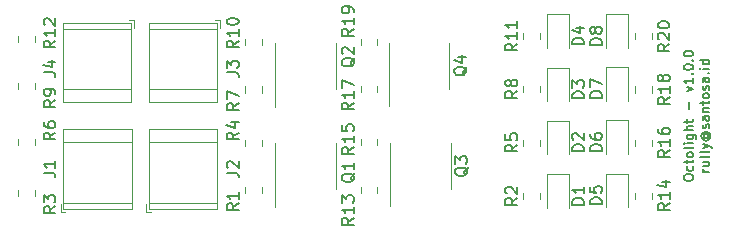
<source format=gbr>
G04 #@! TF.GenerationSoftware,KiCad,Pcbnew,5.1.4+dfsg1-1*
G04 #@! TF.CreationDate,2019-12-01T21:22:26+08:00*
G04 #@! TF.ProjectId,octolight,6f63746f-6c69-4676-9874-2e6b69636164,rev?*
G04 #@! TF.SameCoordinates,Original*
G04 #@! TF.FileFunction,Legend,Top*
G04 #@! TF.FilePolarity,Positive*
%FSLAX46Y46*%
G04 Gerber Fmt 4.6, Leading zero omitted, Abs format (unit mm)*
G04 Created by KiCad (PCBNEW 5.1.4+dfsg1-1) date 2019-12-01 21:22:26*
%MOMM*%
%LPD*%
G04 APERTURE LIST*
%ADD10C,0.150000*%
%ADD11C,0.120000*%
G04 APERTURE END LIST*
D10*
X176886904Y-102295238D02*
X176886904Y-102142857D01*
X176925000Y-102066666D01*
X177001190Y-101990476D01*
X177153571Y-101952380D01*
X177420238Y-101952380D01*
X177572619Y-101990476D01*
X177648809Y-102066666D01*
X177686904Y-102142857D01*
X177686904Y-102295238D01*
X177648809Y-102371428D01*
X177572619Y-102447619D01*
X177420238Y-102485714D01*
X177153571Y-102485714D01*
X177001190Y-102447619D01*
X176925000Y-102371428D01*
X176886904Y-102295238D01*
X177648809Y-101266666D02*
X177686904Y-101342857D01*
X177686904Y-101495238D01*
X177648809Y-101571428D01*
X177610714Y-101609523D01*
X177534523Y-101647619D01*
X177305952Y-101647619D01*
X177229761Y-101609523D01*
X177191666Y-101571428D01*
X177153571Y-101495238D01*
X177153571Y-101342857D01*
X177191666Y-101266666D01*
X177153571Y-101038095D02*
X177153571Y-100733333D01*
X176886904Y-100923809D02*
X177572619Y-100923809D01*
X177648809Y-100885714D01*
X177686904Y-100809523D01*
X177686904Y-100733333D01*
X177686904Y-100352380D02*
X177648809Y-100428571D01*
X177610714Y-100466666D01*
X177534523Y-100504761D01*
X177305952Y-100504761D01*
X177229761Y-100466666D01*
X177191666Y-100428571D01*
X177153571Y-100352380D01*
X177153571Y-100238095D01*
X177191666Y-100161904D01*
X177229761Y-100123809D01*
X177305952Y-100085714D01*
X177534523Y-100085714D01*
X177610714Y-100123809D01*
X177648809Y-100161904D01*
X177686904Y-100238095D01*
X177686904Y-100352380D01*
X177686904Y-99628571D02*
X177648809Y-99704761D01*
X177572619Y-99742857D01*
X176886904Y-99742857D01*
X177686904Y-99323809D02*
X177153571Y-99323809D01*
X176886904Y-99323809D02*
X176925000Y-99361904D01*
X176963095Y-99323809D01*
X176925000Y-99285714D01*
X176886904Y-99323809D01*
X176963095Y-99323809D01*
X177153571Y-98600000D02*
X177801190Y-98600000D01*
X177877380Y-98638095D01*
X177915476Y-98676190D01*
X177953571Y-98752380D01*
X177953571Y-98866666D01*
X177915476Y-98942857D01*
X177648809Y-98600000D02*
X177686904Y-98676190D01*
X177686904Y-98828571D01*
X177648809Y-98904761D01*
X177610714Y-98942857D01*
X177534523Y-98980952D01*
X177305952Y-98980952D01*
X177229761Y-98942857D01*
X177191666Y-98904761D01*
X177153571Y-98828571D01*
X177153571Y-98676190D01*
X177191666Y-98600000D01*
X177686904Y-98219047D02*
X176886904Y-98219047D01*
X177686904Y-97876190D02*
X177267857Y-97876190D01*
X177191666Y-97914285D01*
X177153571Y-97990476D01*
X177153571Y-98104761D01*
X177191666Y-98180952D01*
X177229761Y-98219047D01*
X177153571Y-97609523D02*
X177153571Y-97304761D01*
X176886904Y-97495238D02*
X177572619Y-97495238D01*
X177648809Y-97457142D01*
X177686904Y-97380952D01*
X177686904Y-97304761D01*
X177382142Y-96428571D02*
X177382142Y-95819047D01*
X177153571Y-94904761D02*
X177686904Y-94714285D01*
X177153571Y-94523809D01*
X177686904Y-93800000D02*
X177686904Y-94257142D01*
X177686904Y-94028571D02*
X176886904Y-94028571D01*
X177001190Y-94104761D01*
X177077380Y-94180952D01*
X177115476Y-94257142D01*
X177610714Y-93457142D02*
X177648809Y-93419047D01*
X177686904Y-93457142D01*
X177648809Y-93495238D01*
X177610714Y-93457142D01*
X177686904Y-93457142D01*
X176886904Y-92923809D02*
X176886904Y-92847619D01*
X176925000Y-92771428D01*
X176963095Y-92733333D01*
X177039285Y-92695238D01*
X177191666Y-92657142D01*
X177382142Y-92657142D01*
X177534523Y-92695238D01*
X177610714Y-92733333D01*
X177648809Y-92771428D01*
X177686904Y-92847619D01*
X177686904Y-92923809D01*
X177648809Y-93000000D01*
X177610714Y-93038095D01*
X177534523Y-93076190D01*
X177382142Y-93114285D01*
X177191666Y-93114285D01*
X177039285Y-93076190D01*
X176963095Y-93038095D01*
X176925000Y-93000000D01*
X176886904Y-92923809D01*
X177610714Y-92314285D02*
X177648809Y-92276190D01*
X177686904Y-92314285D01*
X177648809Y-92352380D01*
X177610714Y-92314285D01*
X177686904Y-92314285D01*
X176886904Y-91780952D02*
X176886904Y-91704761D01*
X176925000Y-91628571D01*
X176963095Y-91590476D01*
X177039285Y-91552380D01*
X177191666Y-91514285D01*
X177382142Y-91514285D01*
X177534523Y-91552380D01*
X177610714Y-91590476D01*
X177648809Y-91628571D01*
X177686904Y-91704761D01*
X177686904Y-91780952D01*
X177648809Y-91857142D01*
X177610714Y-91895238D01*
X177534523Y-91933333D01*
X177382142Y-91971428D01*
X177191666Y-91971428D01*
X177039285Y-91933333D01*
X176963095Y-91895238D01*
X176925000Y-91857142D01*
X176886904Y-91780952D01*
X179036904Y-101723809D02*
X178503571Y-101723809D01*
X178655952Y-101723809D02*
X178579761Y-101685714D01*
X178541666Y-101647619D01*
X178503571Y-101571428D01*
X178503571Y-101495238D01*
X178503571Y-100885714D02*
X179036904Y-100885714D01*
X178503571Y-101228571D02*
X178922619Y-101228571D01*
X178998809Y-101190476D01*
X179036904Y-101114285D01*
X179036904Y-101000000D01*
X178998809Y-100923809D01*
X178960714Y-100885714D01*
X179036904Y-100390476D02*
X178998809Y-100466666D01*
X178922619Y-100504761D01*
X178236904Y-100504761D01*
X179036904Y-99971428D02*
X178998809Y-100047619D01*
X178922619Y-100085714D01*
X178236904Y-100085714D01*
X178503571Y-99742857D02*
X179036904Y-99552380D01*
X178503571Y-99361904D02*
X179036904Y-99552380D01*
X179227380Y-99628571D01*
X179265476Y-99666666D01*
X179303571Y-99742857D01*
X178655952Y-98561904D02*
X178617857Y-98600000D01*
X178579761Y-98676190D01*
X178579761Y-98752380D01*
X178617857Y-98828571D01*
X178655952Y-98866666D01*
X178732142Y-98904761D01*
X178808333Y-98904761D01*
X178884523Y-98866666D01*
X178922619Y-98828571D01*
X178960714Y-98752380D01*
X178960714Y-98676190D01*
X178922619Y-98600000D01*
X178884523Y-98561904D01*
X178579761Y-98561904D02*
X178884523Y-98561904D01*
X178922619Y-98523809D01*
X178922619Y-98485714D01*
X178884523Y-98409523D01*
X178808333Y-98371428D01*
X178617857Y-98371428D01*
X178503571Y-98447619D01*
X178427380Y-98561904D01*
X178389285Y-98714285D01*
X178427380Y-98866666D01*
X178503571Y-98980952D01*
X178617857Y-99057142D01*
X178770238Y-99095238D01*
X178922619Y-99057142D01*
X179036904Y-98980952D01*
X179113095Y-98866666D01*
X179151190Y-98714285D01*
X179113095Y-98561904D01*
X179036904Y-98447619D01*
X178998809Y-98066666D02*
X179036904Y-97990476D01*
X179036904Y-97838095D01*
X178998809Y-97761904D01*
X178922619Y-97723809D01*
X178884523Y-97723809D01*
X178808333Y-97761904D01*
X178770238Y-97838095D01*
X178770238Y-97952380D01*
X178732142Y-98028571D01*
X178655952Y-98066666D01*
X178617857Y-98066666D01*
X178541666Y-98028571D01*
X178503571Y-97952380D01*
X178503571Y-97838095D01*
X178541666Y-97761904D01*
X179036904Y-97038095D02*
X178617857Y-97038095D01*
X178541666Y-97076190D01*
X178503571Y-97152380D01*
X178503571Y-97304761D01*
X178541666Y-97380952D01*
X178998809Y-97038095D02*
X179036904Y-97114285D01*
X179036904Y-97304761D01*
X178998809Y-97380952D01*
X178922619Y-97419047D01*
X178846428Y-97419047D01*
X178770238Y-97380952D01*
X178732142Y-97304761D01*
X178732142Y-97114285D01*
X178694047Y-97038095D01*
X178503571Y-96657142D02*
X179036904Y-96657142D01*
X178579761Y-96657142D02*
X178541666Y-96619047D01*
X178503571Y-96542857D01*
X178503571Y-96428571D01*
X178541666Y-96352380D01*
X178617857Y-96314285D01*
X179036904Y-96314285D01*
X178503571Y-96047619D02*
X178503571Y-95742857D01*
X178236904Y-95933333D02*
X178922619Y-95933333D01*
X178998809Y-95895238D01*
X179036904Y-95819047D01*
X179036904Y-95742857D01*
X179036904Y-95361904D02*
X178998809Y-95438095D01*
X178960714Y-95476190D01*
X178884523Y-95514285D01*
X178655952Y-95514285D01*
X178579761Y-95476190D01*
X178541666Y-95438095D01*
X178503571Y-95361904D01*
X178503571Y-95247619D01*
X178541666Y-95171428D01*
X178579761Y-95133333D01*
X178655952Y-95095238D01*
X178884523Y-95095238D01*
X178960714Y-95133333D01*
X178998809Y-95171428D01*
X179036904Y-95247619D01*
X179036904Y-95361904D01*
X178998809Y-94790476D02*
X179036904Y-94714285D01*
X179036904Y-94561904D01*
X178998809Y-94485714D01*
X178922619Y-94447619D01*
X178884523Y-94447619D01*
X178808333Y-94485714D01*
X178770238Y-94561904D01*
X178770238Y-94676190D01*
X178732142Y-94752380D01*
X178655952Y-94790476D01*
X178617857Y-94790476D01*
X178541666Y-94752380D01*
X178503571Y-94676190D01*
X178503571Y-94561904D01*
X178541666Y-94485714D01*
X179036904Y-93761904D02*
X178617857Y-93761904D01*
X178541666Y-93800000D01*
X178503571Y-93876190D01*
X178503571Y-94028571D01*
X178541666Y-94104761D01*
X178998809Y-93761904D02*
X179036904Y-93838095D01*
X179036904Y-94028571D01*
X178998809Y-94104761D01*
X178922619Y-94142857D01*
X178846428Y-94142857D01*
X178770238Y-94104761D01*
X178732142Y-94028571D01*
X178732142Y-93838095D01*
X178694047Y-93761904D01*
X178960714Y-93380952D02*
X178998809Y-93342857D01*
X179036904Y-93380952D01*
X178998809Y-93419047D01*
X178960714Y-93380952D01*
X179036904Y-93380952D01*
X179036904Y-93000000D02*
X178503571Y-93000000D01*
X178236904Y-93000000D02*
X178275000Y-93038095D01*
X178313095Y-93000000D01*
X178275000Y-92961904D01*
X178236904Y-93000000D01*
X178313095Y-93000000D01*
X179036904Y-92276190D02*
X178236904Y-92276190D01*
X178998809Y-92276190D02*
X179036904Y-92352380D01*
X179036904Y-92504761D01*
X178998809Y-92580952D01*
X178960714Y-92619047D01*
X178884523Y-92657142D01*
X178655952Y-92657142D01*
X178579761Y-92619047D01*
X178541666Y-92580952D01*
X178503571Y-92504761D01*
X178503571Y-92352380D01*
X178541666Y-92276190D01*
D11*
X152035000Y-101225000D02*
X152035000Y-104675000D01*
X152035000Y-101225000D02*
X152035000Y-99275000D01*
X157155000Y-101225000D02*
X157155000Y-103175000D01*
X157155000Y-101225000D02*
X157155000Y-99275000D01*
X165290000Y-101915000D02*
X165290000Y-104775000D01*
X167210000Y-101915000D02*
X165290000Y-101915000D01*
X167210000Y-104775000D02*
X167210000Y-101915000D01*
X165290000Y-97415000D02*
X165290000Y-100275000D01*
X167210000Y-97415000D02*
X165290000Y-97415000D01*
X167210000Y-100275000D02*
X167210000Y-97415000D01*
X165290000Y-92915000D02*
X165290000Y-95775000D01*
X167210000Y-92915000D02*
X165290000Y-92915000D01*
X167210000Y-95775000D02*
X167210000Y-92915000D01*
X167210000Y-91225000D02*
X167210000Y-88365000D01*
X167210000Y-88365000D02*
X165290000Y-88365000D01*
X165290000Y-88365000D02*
X165290000Y-91225000D01*
X172210000Y-104750000D02*
X172210000Y-101890000D01*
X172210000Y-101890000D02*
X170290000Y-101890000D01*
X170290000Y-101890000D02*
X170290000Y-104750000D01*
X170290000Y-97365000D02*
X170290000Y-100225000D01*
X172210000Y-97365000D02*
X170290000Y-97365000D01*
X172210000Y-100225000D02*
X172210000Y-97365000D01*
X172210000Y-95725000D02*
X172210000Y-92865000D01*
X172210000Y-92865000D02*
X170290000Y-92865000D01*
X170290000Y-92865000D02*
X170290000Y-95725000D01*
X172210000Y-91250000D02*
X172210000Y-88390000D01*
X172210000Y-88390000D02*
X170290000Y-88390000D01*
X170290000Y-88390000D02*
X170290000Y-91250000D01*
X124380000Y-104350000D02*
X130160000Y-104350000D01*
X124380000Y-99250000D02*
X130160000Y-99250000D01*
X124380000Y-98130000D02*
X130160000Y-98130000D01*
X124380000Y-104870000D02*
X130160000Y-104870000D01*
X124380000Y-98130000D02*
X124380000Y-104870000D01*
X130160000Y-98130000D02*
X130160000Y-104870000D01*
X124140000Y-104470000D02*
X124140000Y-105110000D01*
X124140000Y-105110000D02*
X124540000Y-105110000D01*
X131390000Y-105110000D02*
X131790000Y-105110000D01*
X131390000Y-104470000D02*
X131390000Y-105110000D01*
X137410000Y-98130000D02*
X137410000Y-104870000D01*
X131630000Y-98130000D02*
X131630000Y-104870000D01*
X131630000Y-104870000D02*
X137410000Y-104870000D01*
X131630000Y-98130000D02*
X137410000Y-98130000D01*
X131630000Y-99250000D02*
X137410000Y-99250000D01*
X131630000Y-104350000D02*
X137410000Y-104350000D01*
X137410000Y-89650000D02*
X131630000Y-89650000D01*
X137410000Y-94750000D02*
X131630000Y-94750000D01*
X137410000Y-95870000D02*
X131630000Y-95870000D01*
X137410000Y-89130000D02*
X131630000Y-89130000D01*
X137410000Y-95870000D02*
X137410000Y-89130000D01*
X131630000Y-95870000D02*
X131630000Y-89130000D01*
X137650000Y-89530000D02*
X137650000Y-88890000D01*
X137650000Y-88890000D02*
X137250000Y-88890000D01*
X130360000Y-88890000D02*
X129960000Y-88890000D01*
X130360000Y-89530000D02*
X130360000Y-88890000D01*
X124340000Y-95870000D02*
X124340000Y-89130000D01*
X130120000Y-95870000D02*
X130120000Y-89130000D01*
X130120000Y-89130000D02*
X124340000Y-89130000D01*
X130120000Y-95870000D02*
X124340000Y-95870000D01*
X130120000Y-94750000D02*
X124340000Y-94750000D01*
X130120000Y-89650000D02*
X124340000Y-89650000D01*
X147445000Y-101250000D02*
X147445000Y-99300000D01*
X147445000Y-101250000D02*
X147445000Y-103200000D01*
X142325000Y-101250000D02*
X142325000Y-99300000D01*
X142325000Y-101250000D02*
X142325000Y-104700000D01*
X157060000Y-92750000D02*
X157060000Y-90800000D01*
X157060000Y-92750000D02*
X157060000Y-94700000D01*
X151940000Y-92750000D02*
X151940000Y-90800000D01*
X151940000Y-92750000D02*
X151940000Y-96200000D01*
X139790000Y-103013748D02*
X139790000Y-103536252D01*
X141210000Y-103013748D02*
X141210000Y-103536252D01*
X164710000Y-104036252D02*
X164710000Y-103513748D01*
X163290000Y-104036252D02*
X163290000Y-103513748D01*
X120540000Y-103786252D02*
X120540000Y-103263748D01*
X121960000Y-103786252D02*
X121960000Y-103263748D01*
X141210000Y-99013748D02*
X141210000Y-99536252D01*
X139790000Y-99013748D02*
X139790000Y-99536252D01*
X163290000Y-99536252D02*
X163290000Y-99013748D01*
X164710000Y-99536252D02*
X164710000Y-99013748D01*
X121960000Y-99511252D02*
X121960000Y-98988748D01*
X120540000Y-99511252D02*
X120540000Y-98988748D01*
X139790000Y-94513748D02*
X139790000Y-95036252D01*
X141210000Y-94513748D02*
X141210000Y-95036252D01*
X163290000Y-94986252D02*
X163290000Y-94463748D01*
X164710000Y-94986252D02*
X164710000Y-94463748D01*
X121960000Y-94736252D02*
X121960000Y-94213748D01*
X120540000Y-94736252D02*
X120540000Y-94213748D01*
X141210000Y-90463748D02*
X141210000Y-90986252D01*
X139790000Y-90463748D02*
X139790000Y-90986252D01*
X164710000Y-90511252D02*
X164710000Y-89988748D01*
X163290000Y-90511252D02*
X163290000Y-89988748D01*
X120540000Y-90736252D02*
X120540000Y-90213748D01*
X121960000Y-90736252D02*
X121960000Y-90213748D01*
X150960000Y-103013748D02*
X150960000Y-103536252D01*
X149540000Y-103013748D02*
X149540000Y-103536252D01*
X172790000Y-104036252D02*
X172790000Y-103513748D01*
X174210000Y-104036252D02*
X174210000Y-103513748D01*
X149540000Y-98988748D02*
X149540000Y-99511252D01*
X150960000Y-98988748D02*
X150960000Y-99511252D01*
X174210000Y-99536252D02*
X174210000Y-99013748D01*
X172790000Y-99536252D02*
X172790000Y-99013748D01*
X150960000Y-94488748D02*
X150960000Y-95011252D01*
X149540000Y-94488748D02*
X149540000Y-95011252D01*
X172790000Y-95036252D02*
X172790000Y-94513748D01*
X174210000Y-95036252D02*
X174210000Y-94513748D01*
X149540000Y-90463748D02*
X149540000Y-90986252D01*
X150960000Y-90463748D02*
X150960000Y-90986252D01*
X174210000Y-90536252D02*
X174210000Y-90013748D01*
X172790000Y-90536252D02*
X172790000Y-90013748D01*
X147425000Y-92775000D02*
X147425000Y-90825000D01*
X147425000Y-92775000D02*
X147425000Y-94725000D01*
X142305000Y-92775000D02*
X142305000Y-90825000D01*
X142305000Y-92775000D02*
X142305000Y-96225000D01*
D10*
X158642619Y-101345238D02*
X158595000Y-101440476D01*
X158499761Y-101535714D01*
X158356904Y-101678571D01*
X158309285Y-101773809D01*
X158309285Y-101869047D01*
X158547380Y-101821428D02*
X158499761Y-101916666D01*
X158404523Y-102011904D01*
X158214047Y-102059523D01*
X157880714Y-102059523D01*
X157690238Y-102011904D01*
X157595000Y-101916666D01*
X157547380Y-101821428D01*
X157547380Y-101630952D01*
X157595000Y-101535714D01*
X157690238Y-101440476D01*
X157880714Y-101392857D01*
X158214047Y-101392857D01*
X158404523Y-101440476D01*
X158499761Y-101535714D01*
X158547380Y-101630952D01*
X158547380Y-101821428D01*
X157547380Y-101059523D02*
X157547380Y-100440476D01*
X157928333Y-100773809D01*
X157928333Y-100630952D01*
X157975952Y-100535714D01*
X158023571Y-100488095D01*
X158118809Y-100440476D01*
X158356904Y-100440476D01*
X158452142Y-100488095D01*
X158499761Y-100535714D01*
X158547380Y-100630952D01*
X158547380Y-100916666D01*
X158499761Y-101011904D01*
X158452142Y-101059523D01*
X168452380Y-104513095D02*
X167452380Y-104513095D01*
X167452380Y-104275000D01*
X167500000Y-104132142D01*
X167595238Y-104036904D01*
X167690476Y-103989285D01*
X167880952Y-103941666D01*
X168023809Y-103941666D01*
X168214285Y-103989285D01*
X168309523Y-104036904D01*
X168404761Y-104132142D01*
X168452380Y-104275000D01*
X168452380Y-104513095D01*
X168452380Y-102989285D02*
X168452380Y-103560714D01*
X168452380Y-103275000D02*
X167452380Y-103275000D01*
X167595238Y-103370238D01*
X167690476Y-103465476D01*
X167738095Y-103560714D01*
X168452380Y-99988095D02*
X167452380Y-99988095D01*
X167452380Y-99750000D01*
X167500000Y-99607142D01*
X167595238Y-99511904D01*
X167690476Y-99464285D01*
X167880952Y-99416666D01*
X168023809Y-99416666D01*
X168214285Y-99464285D01*
X168309523Y-99511904D01*
X168404761Y-99607142D01*
X168452380Y-99750000D01*
X168452380Y-99988095D01*
X167547619Y-99035714D02*
X167500000Y-98988095D01*
X167452380Y-98892857D01*
X167452380Y-98654761D01*
X167500000Y-98559523D01*
X167547619Y-98511904D01*
X167642857Y-98464285D01*
X167738095Y-98464285D01*
X167880952Y-98511904D01*
X168452380Y-99083333D01*
X168452380Y-98464285D01*
X168452380Y-95513095D02*
X167452380Y-95513095D01*
X167452380Y-95275000D01*
X167500000Y-95132142D01*
X167595238Y-95036904D01*
X167690476Y-94989285D01*
X167880952Y-94941666D01*
X168023809Y-94941666D01*
X168214285Y-94989285D01*
X168309523Y-95036904D01*
X168404761Y-95132142D01*
X168452380Y-95275000D01*
X168452380Y-95513095D01*
X167452380Y-94608333D02*
X167452380Y-93989285D01*
X167833333Y-94322619D01*
X167833333Y-94179761D01*
X167880952Y-94084523D01*
X167928571Y-94036904D01*
X168023809Y-93989285D01*
X168261904Y-93989285D01*
X168357142Y-94036904D01*
X168404761Y-94084523D01*
X168452380Y-94179761D01*
X168452380Y-94465476D01*
X168404761Y-94560714D01*
X168357142Y-94608333D01*
X168452380Y-90963095D02*
X167452380Y-90963095D01*
X167452380Y-90725000D01*
X167500000Y-90582142D01*
X167595238Y-90486904D01*
X167690476Y-90439285D01*
X167880952Y-90391666D01*
X168023809Y-90391666D01*
X168214285Y-90439285D01*
X168309523Y-90486904D01*
X168404761Y-90582142D01*
X168452380Y-90725000D01*
X168452380Y-90963095D01*
X167785714Y-89534523D02*
X168452380Y-89534523D01*
X167404761Y-89772619D02*
X168119047Y-90010714D01*
X168119047Y-89391666D01*
X169952380Y-104488095D02*
X168952380Y-104488095D01*
X168952380Y-104250000D01*
X169000000Y-104107142D01*
X169095238Y-104011904D01*
X169190476Y-103964285D01*
X169380952Y-103916666D01*
X169523809Y-103916666D01*
X169714285Y-103964285D01*
X169809523Y-104011904D01*
X169904761Y-104107142D01*
X169952380Y-104250000D01*
X169952380Y-104488095D01*
X168952380Y-103011904D02*
X168952380Y-103488095D01*
X169428571Y-103535714D01*
X169380952Y-103488095D01*
X169333333Y-103392857D01*
X169333333Y-103154761D01*
X169380952Y-103059523D01*
X169428571Y-103011904D01*
X169523809Y-102964285D01*
X169761904Y-102964285D01*
X169857142Y-103011904D01*
X169904761Y-103059523D01*
X169952380Y-103154761D01*
X169952380Y-103392857D01*
X169904761Y-103488095D01*
X169857142Y-103535714D01*
X169977380Y-99963095D02*
X168977380Y-99963095D01*
X168977380Y-99725000D01*
X169025000Y-99582142D01*
X169120238Y-99486904D01*
X169215476Y-99439285D01*
X169405952Y-99391666D01*
X169548809Y-99391666D01*
X169739285Y-99439285D01*
X169834523Y-99486904D01*
X169929761Y-99582142D01*
X169977380Y-99725000D01*
X169977380Y-99963095D01*
X168977380Y-98534523D02*
X168977380Y-98725000D01*
X169025000Y-98820238D01*
X169072619Y-98867857D01*
X169215476Y-98963095D01*
X169405952Y-99010714D01*
X169786904Y-99010714D01*
X169882142Y-98963095D01*
X169929761Y-98915476D01*
X169977380Y-98820238D01*
X169977380Y-98629761D01*
X169929761Y-98534523D01*
X169882142Y-98486904D01*
X169786904Y-98439285D01*
X169548809Y-98439285D01*
X169453571Y-98486904D01*
X169405952Y-98534523D01*
X169358333Y-98629761D01*
X169358333Y-98820238D01*
X169405952Y-98915476D01*
X169453571Y-98963095D01*
X169548809Y-99010714D01*
X169977380Y-95463095D02*
X168977380Y-95463095D01*
X168977380Y-95225000D01*
X169025000Y-95082142D01*
X169120238Y-94986904D01*
X169215476Y-94939285D01*
X169405952Y-94891666D01*
X169548809Y-94891666D01*
X169739285Y-94939285D01*
X169834523Y-94986904D01*
X169929761Y-95082142D01*
X169977380Y-95225000D01*
X169977380Y-95463095D01*
X168977380Y-94558333D02*
X168977380Y-93891666D01*
X169977380Y-94320238D01*
X169977380Y-90988095D02*
X168977380Y-90988095D01*
X168977380Y-90750000D01*
X169025000Y-90607142D01*
X169120238Y-90511904D01*
X169215476Y-90464285D01*
X169405952Y-90416666D01*
X169548809Y-90416666D01*
X169739285Y-90464285D01*
X169834523Y-90511904D01*
X169929761Y-90607142D01*
X169977380Y-90750000D01*
X169977380Y-90988095D01*
X169405952Y-89845238D02*
X169358333Y-89940476D01*
X169310714Y-89988095D01*
X169215476Y-90035714D01*
X169167857Y-90035714D01*
X169072619Y-89988095D01*
X169025000Y-89940476D01*
X168977380Y-89845238D01*
X168977380Y-89654761D01*
X169025000Y-89559523D01*
X169072619Y-89511904D01*
X169167857Y-89464285D01*
X169215476Y-89464285D01*
X169310714Y-89511904D01*
X169358333Y-89559523D01*
X169405952Y-89654761D01*
X169405952Y-89845238D01*
X169453571Y-89940476D01*
X169501190Y-89988095D01*
X169596428Y-90035714D01*
X169786904Y-90035714D01*
X169882142Y-89988095D01*
X169929761Y-89940476D01*
X169977380Y-89845238D01*
X169977380Y-89654761D01*
X169929761Y-89559523D01*
X169882142Y-89511904D01*
X169786904Y-89464285D01*
X169596428Y-89464285D01*
X169501190Y-89511904D01*
X169453571Y-89559523D01*
X169405952Y-89654761D01*
X122702380Y-101833333D02*
X123416666Y-101833333D01*
X123559523Y-101880952D01*
X123654761Y-101976190D01*
X123702380Y-102119047D01*
X123702380Y-102214285D01*
X123702380Y-100833333D02*
X123702380Y-101404761D01*
X123702380Y-101119047D02*
X122702380Y-101119047D01*
X122845238Y-101214285D01*
X122940476Y-101309523D01*
X122988095Y-101404761D01*
X138202380Y-101833333D02*
X138916666Y-101833333D01*
X139059523Y-101880952D01*
X139154761Y-101976190D01*
X139202380Y-102119047D01*
X139202380Y-102214285D01*
X138297619Y-101404761D02*
X138250000Y-101357142D01*
X138202380Y-101261904D01*
X138202380Y-101023809D01*
X138250000Y-100928571D01*
X138297619Y-100880952D01*
X138392857Y-100833333D01*
X138488095Y-100833333D01*
X138630952Y-100880952D01*
X139202380Y-101452380D01*
X139202380Y-100833333D01*
X138202380Y-93333333D02*
X138916666Y-93333333D01*
X139059523Y-93380952D01*
X139154761Y-93476190D01*
X139202380Y-93619047D01*
X139202380Y-93714285D01*
X138202380Y-92952380D02*
X138202380Y-92333333D01*
X138583333Y-92666666D01*
X138583333Y-92523809D01*
X138630952Y-92428571D01*
X138678571Y-92380952D01*
X138773809Y-92333333D01*
X139011904Y-92333333D01*
X139107142Y-92380952D01*
X139154761Y-92428571D01*
X139202380Y-92523809D01*
X139202380Y-92809523D01*
X139154761Y-92904761D01*
X139107142Y-92952380D01*
X122702380Y-93333333D02*
X123416666Y-93333333D01*
X123559523Y-93380952D01*
X123654761Y-93476190D01*
X123702380Y-93619047D01*
X123702380Y-93714285D01*
X123035714Y-92428571D02*
X123702380Y-92428571D01*
X122654761Y-92666666D02*
X123369047Y-92904761D01*
X123369047Y-92285714D01*
X149047619Y-101870238D02*
X149000000Y-101965476D01*
X148904761Y-102060714D01*
X148761904Y-102203571D01*
X148714285Y-102298809D01*
X148714285Y-102394047D01*
X148952380Y-102346428D02*
X148904761Y-102441666D01*
X148809523Y-102536904D01*
X148619047Y-102584523D01*
X148285714Y-102584523D01*
X148095238Y-102536904D01*
X148000000Y-102441666D01*
X147952380Y-102346428D01*
X147952380Y-102155952D01*
X148000000Y-102060714D01*
X148095238Y-101965476D01*
X148285714Y-101917857D01*
X148619047Y-101917857D01*
X148809523Y-101965476D01*
X148904761Y-102060714D01*
X148952380Y-102155952D01*
X148952380Y-102346428D01*
X148952380Y-100965476D02*
X148952380Y-101536904D01*
X148952380Y-101251190D02*
X147952380Y-101251190D01*
X148095238Y-101346428D01*
X148190476Y-101441666D01*
X148238095Y-101536904D01*
X158547619Y-92845238D02*
X158500000Y-92940476D01*
X158404761Y-93035714D01*
X158261904Y-93178571D01*
X158214285Y-93273809D01*
X158214285Y-93369047D01*
X158452380Y-93321428D02*
X158404761Y-93416666D01*
X158309523Y-93511904D01*
X158119047Y-93559523D01*
X157785714Y-93559523D01*
X157595238Y-93511904D01*
X157500000Y-93416666D01*
X157452380Y-93321428D01*
X157452380Y-93130952D01*
X157500000Y-93035714D01*
X157595238Y-92940476D01*
X157785714Y-92892857D01*
X158119047Y-92892857D01*
X158309523Y-92940476D01*
X158404761Y-93035714D01*
X158452380Y-93130952D01*
X158452380Y-93321428D01*
X157785714Y-92035714D02*
X158452380Y-92035714D01*
X157404761Y-92273809D02*
X158119047Y-92511904D01*
X158119047Y-91892857D01*
X139202380Y-104416666D02*
X138726190Y-104750000D01*
X139202380Y-104988095D02*
X138202380Y-104988095D01*
X138202380Y-104607142D01*
X138250000Y-104511904D01*
X138297619Y-104464285D01*
X138392857Y-104416666D01*
X138535714Y-104416666D01*
X138630952Y-104464285D01*
X138678571Y-104511904D01*
X138726190Y-104607142D01*
X138726190Y-104988095D01*
X139202380Y-103464285D02*
X139202380Y-104035714D01*
X139202380Y-103750000D02*
X138202380Y-103750000D01*
X138345238Y-103845238D01*
X138440476Y-103940476D01*
X138488095Y-104035714D01*
X162802380Y-103941666D02*
X162326190Y-104275000D01*
X162802380Y-104513095D02*
X161802380Y-104513095D01*
X161802380Y-104132142D01*
X161850000Y-104036904D01*
X161897619Y-103989285D01*
X161992857Y-103941666D01*
X162135714Y-103941666D01*
X162230952Y-103989285D01*
X162278571Y-104036904D01*
X162326190Y-104132142D01*
X162326190Y-104513095D01*
X161897619Y-103560714D02*
X161850000Y-103513095D01*
X161802380Y-103417857D01*
X161802380Y-103179761D01*
X161850000Y-103084523D01*
X161897619Y-103036904D01*
X161992857Y-102989285D01*
X162088095Y-102989285D01*
X162230952Y-103036904D01*
X162802380Y-103608333D01*
X162802380Y-102989285D01*
X123702380Y-104666666D02*
X123226190Y-105000000D01*
X123702380Y-105238095D02*
X122702380Y-105238095D01*
X122702380Y-104857142D01*
X122750000Y-104761904D01*
X122797619Y-104714285D01*
X122892857Y-104666666D01*
X123035714Y-104666666D01*
X123130952Y-104714285D01*
X123178571Y-104761904D01*
X123226190Y-104857142D01*
X123226190Y-105238095D01*
X122702380Y-104333333D02*
X122702380Y-103714285D01*
X123083333Y-104047619D01*
X123083333Y-103904761D01*
X123130952Y-103809523D01*
X123178571Y-103761904D01*
X123273809Y-103714285D01*
X123511904Y-103714285D01*
X123607142Y-103761904D01*
X123654761Y-103809523D01*
X123702380Y-103904761D01*
X123702380Y-104190476D01*
X123654761Y-104285714D01*
X123607142Y-104333333D01*
X139202380Y-98416666D02*
X138726190Y-98750000D01*
X139202380Y-98988095D02*
X138202380Y-98988095D01*
X138202380Y-98607142D01*
X138250000Y-98511904D01*
X138297619Y-98464285D01*
X138392857Y-98416666D01*
X138535714Y-98416666D01*
X138630952Y-98464285D01*
X138678571Y-98511904D01*
X138726190Y-98607142D01*
X138726190Y-98988095D01*
X138535714Y-97559523D02*
X139202380Y-97559523D01*
X138154761Y-97797619D02*
X138869047Y-98035714D01*
X138869047Y-97416666D01*
X162802380Y-99441666D02*
X162326190Y-99775000D01*
X162802380Y-100013095D02*
X161802380Y-100013095D01*
X161802380Y-99632142D01*
X161850000Y-99536904D01*
X161897619Y-99489285D01*
X161992857Y-99441666D01*
X162135714Y-99441666D01*
X162230952Y-99489285D01*
X162278571Y-99536904D01*
X162326190Y-99632142D01*
X162326190Y-100013095D01*
X161802380Y-98536904D02*
X161802380Y-99013095D01*
X162278571Y-99060714D01*
X162230952Y-99013095D01*
X162183333Y-98917857D01*
X162183333Y-98679761D01*
X162230952Y-98584523D01*
X162278571Y-98536904D01*
X162373809Y-98489285D01*
X162611904Y-98489285D01*
X162707142Y-98536904D01*
X162754761Y-98584523D01*
X162802380Y-98679761D01*
X162802380Y-98917857D01*
X162754761Y-99013095D01*
X162707142Y-99060714D01*
X123702380Y-98416666D02*
X123226190Y-98750000D01*
X123702380Y-98988095D02*
X122702380Y-98988095D01*
X122702380Y-98607142D01*
X122750000Y-98511904D01*
X122797619Y-98464285D01*
X122892857Y-98416666D01*
X123035714Y-98416666D01*
X123130952Y-98464285D01*
X123178571Y-98511904D01*
X123226190Y-98607142D01*
X123226190Y-98988095D01*
X122702380Y-97559523D02*
X122702380Y-97750000D01*
X122750000Y-97845238D01*
X122797619Y-97892857D01*
X122940476Y-97988095D01*
X123130952Y-98035714D01*
X123511904Y-98035714D01*
X123607142Y-97988095D01*
X123654761Y-97940476D01*
X123702380Y-97845238D01*
X123702380Y-97654761D01*
X123654761Y-97559523D01*
X123607142Y-97511904D01*
X123511904Y-97464285D01*
X123273809Y-97464285D01*
X123178571Y-97511904D01*
X123130952Y-97559523D01*
X123083333Y-97654761D01*
X123083333Y-97845238D01*
X123130952Y-97940476D01*
X123178571Y-97988095D01*
X123273809Y-98035714D01*
X139202380Y-95916666D02*
X138726190Y-96250000D01*
X139202380Y-96488095D02*
X138202380Y-96488095D01*
X138202380Y-96107142D01*
X138250000Y-96011904D01*
X138297619Y-95964285D01*
X138392857Y-95916666D01*
X138535714Y-95916666D01*
X138630952Y-95964285D01*
X138678571Y-96011904D01*
X138726190Y-96107142D01*
X138726190Y-96488095D01*
X138202380Y-95583333D02*
X138202380Y-94916666D01*
X139202380Y-95345238D01*
X162802380Y-94891666D02*
X162326190Y-95225000D01*
X162802380Y-95463095D02*
X161802380Y-95463095D01*
X161802380Y-95082142D01*
X161850000Y-94986904D01*
X161897619Y-94939285D01*
X161992857Y-94891666D01*
X162135714Y-94891666D01*
X162230952Y-94939285D01*
X162278571Y-94986904D01*
X162326190Y-95082142D01*
X162326190Y-95463095D01*
X162230952Y-94320238D02*
X162183333Y-94415476D01*
X162135714Y-94463095D01*
X162040476Y-94510714D01*
X161992857Y-94510714D01*
X161897619Y-94463095D01*
X161850000Y-94415476D01*
X161802380Y-94320238D01*
X161802380Y-94129761D01*
X161850000Y-94034523D01*
X161897619Y-93986904D01*
X161992857Y-93939285D01*
X162040476Y-93939285D01*
X162135714Y-93986904D01*
X162183333Y-94034523D01*
X162230952Y-94129761D01*
X162230952Y-94320238D01*
X162278571Y-94415476D01*
X162326190Y-94463095D01*
X162421428Y-94510714D01*
X162611904Y-94510714D01*
X162707142Y-94463095D01*
X162754761Y-94415476D01*
X162802380Y-94320238D01*
X162802380Y-94129761D01*
X162754761Y-94034523D01*
X162707142Y-93986904D01*
X162611904Y-93939285D01*
X162421428Y-93939285D01*
X162326190Y-93986904D01*
X162278571Y-94034523D01*
X162230952Y-94129761D01*
X123702380Y-95666666D02*
X123226190Y-96000000D01*
X123702380Y-96238095D02*
X122702380Y-96238095D01*
X122702380Y-95857142D01*
X122750000Y-95761904D01*
X122797619Y-95714285D01*
X122892857Y-95666666D01*
X123035714Y-95666666D01*
X123130952Y-95714285D01*
X123178571Y-95761904D01*
X123226190Y-95857142D01*
X123226190Y-96238095D01*
X123702380Y-95190476D02*
X123702380Y-95000000D01*
X123654761Y-94904761D01*
X123607142Y-94857142D01*
X123464285Y-94761904D01*
X123273809Y-94714285D01*
X122892857Y-94714285D01*
X122797619Y-94761904D01*
X122750000Y-94809523D01*
X122702380Y-94904761D01*
X122702380Y-95095238D01*
X122750000Y-95190476D01*
X122797619Y-95238095D01*
X122892857Y-95285714D01*
X123130952Y-95285714D01*
X123226190Y-95238095D01*
X123273809Y-95190476D01*
X123321428Y-95095238D01*
X123321428Y-94904761D01*
X123273809Y-94809523D01*
X123226190Y-94761904D01*
X123130952Y-94714285D01*
X139202380Y-90642857D02*
X138726190Y-90976190D01*
X139202380Y-91214285D02*
X138202380Y-91214285D01*
X138202380Y-90833333D01*
X138250000Y-90738095D01*
X138297619Y-90690476D01*
X138392857Y-90642857D01*
X138535714Y-90642857D01*
X138630952Y-90690476D01*
X138678571Y-90738095D01*
X138726190Y-90833333D01*
X138726190Y-91214285D01*
X139202380Y-89690476D02*
X139202380Y-90261904D01*
X139202380Y-89976190D02*
X138202380Y-89976190D01*
X138345238Y-90071428D01*
X138440476Y-90166666D01*
X138488095Y-90261904D01*
X138202380Y-89071428D02*
X138202380Y-88976190D01*
X138250000Y-88880952D01*
X138297619Y-88833333D01*
X138392857Y-88785714D01*
X138583333Y-88738095D01*
X138821428Y-88738095D01*
X139011904Y-88785714D01*
X139107142Y-88833333D01*
X139154761Y-88880952D01*
X139202380Y-88976190D01*
X139202380Y-89071428D01*
X139154761Y-89166666D01*
X139107142Y-89214285D01*
X139011904Y-89261904D01*
X138821428Y-89309523D01*
X138583333Y-89309523D01*
X138392857Y-89261904D01*
X138297619Y-89214285D01*
X138250000Y-89166666D01*
X138202380Y-89071428D01*
X162802380Y-90892857D02*
X162326190Y-91226190D01*
X162802380Y-91464285D02*
X161802380Y-91464285D01*
X161802380Y-91083333D01*
X161850000Y-90988095D01*
X161897619Y-90940476D01*
X161992857Y-90892857D01*
X162135714Y-90892857D01*
X162230952Y-90940476D01*
X162278571Y-90988095D01*
X162326190Y-91083333D01*
X162326190Y-91464285D01*
X162802380Y-89940476D02*
X162802380Y-90511904D01*
X162802380Y-90226190D02*
X161802380Y-90226190D01*
X161945238Y-90321428D01*
X162040476Y-90416666D01*
X162088095Y-90511904D01*
X162802380Y-88988095D02*
X162802380Y-89559523D01*
X162802380Y-89273809D02*
X161802380Y-89273809D01*
X161945238Y-89369047D01*
X162040476Y-89464285D01*
X162088095Y-89559523D01*
X123702380Y-90642857D02*
X123226190Y-90976190D01*
X123702380Y-91214285D02*
X122702380Y-91214285D01*
X122702380Y-90833333D01*
X122750000Y-90738095D01*
X122797619Y-90690476D01*
X122892857Y-90642857D01*
X123035714Y-90642857D01*
X123130952Y-90690476D01*
X123178571Y-90738095D01*
X123226190Y-90833333D01*
X123226190Y-91214285D01*
X123702380Y-89690476D02*
X123702380Y-90261904D01*
X123702380Y-89976190D02*
X122702380Y-89976190D01*
X122845238Y-90071428D01*
X122940476Y-90166666D01*
X122988095Y-90261904D01*
X122797619Y-89309523D02*
X122750000Y-89261904D01*
X122702380Y-89166666D01*
X122702380Y-88928571D01*
X122750000Y-88833333D01*
X122797619Y-88785714D01*
X122892857Y-88738095D01*
X122988095Y-88738095D01*
X123130952Y-88785714D01*
X123702380Y-89357142D01*
X123702380Y-88738095D01*
X148952380Y-105642857D02*
X148476190Y-105976190D01*
X148952380Y-106214285D02*
X147952380Y-106214285D01*
X147952380Y-105833333D01*
X148000000Y-105738095D01*
X148047619Y-105690476D01*
X148142857Y-105642857D01*
X148285714Y-105642857D01*
X148380952Y-105690476D01*
X148428571Y-105738095D01*
X148476190Y-105833333D01*
X148476190Y-106214285D01*
X148952380Y-104690476D02*
X148952380Y-105261904D01*
X148952380Y-104976190D02*
X147952380Y-104976190D01*
X148095238Y-105071428D01*
X148190476Y-105166666D01*
X148238095Y-105261904D01*
X147952380Y-104357142D02*
X147952380Y-103738095D01*
X148333333Y-104071428D01*
X148333333Y-103928571D01*
X148380952Y-103833333D01*
X148428571Y-103785714D01*
X148523809Y-103738095D01*
X148761904Y-103738095D01*
X148857142Y-103785714D01*
X148904761Y-103833333D01*
X148952380Y-103928571D01*
X148952380Y-104214285D01*
X148904761Y-104309523D01*
X148857142Y-104357142D01*
X175702380Y-104392857D02*
X175226190Y-104726190D01*
X175702380Y-104964285D02*
X174702380Y-104964285D01*
X174702380Y-104583333D01*
X174750000Y-104488095D01*
X174797619Y-104440476D01*
X174892857Y-104392857D01*
X175035714Y-104392857D01*
X175130952Y-104440476D01*
X175178571Y-104488095D01*
X175226190Y-104583333D01*
X175226190Y-104964285D01*
X175702380Y-103440476D02*
X175702380Y-104011904D01*
X175702380Y-103726190D02*
X174702380Y-103726190D01*
X174845238Y-103821428D01*
X174940476Y-103916666D01*
X174988095Y-104011904D01*
X175035714Y-102583333D02*
X175702380Y-102583333D01*
X174654761Y-102821428D02*
X175369047Y-103059523D01*
X175369047Y-102440476D01*
X148952380Y-99642857D02*
X148476190Y-99976190D01*
X148952380Y-100214285D02*
X147952380Y-100214285D01*
X147952380Y-99833333D01*
X148000000Y-99738095D01*
X148047619Y-99690476D01*
X148142857Y-99642857D01*
X148285714Y-99642857D01*
X148380952Y-99690476D01*
X148428571Y-99738095D01*
X148476190Y-99833333D01*
X148476190Y-100214285D01*
X148952380Y-98690476D02*
X148952380Y-99261904D01*
X148952380Y-98976190D02*
X147952380Y-98976190D01*
X148095238Y-99071428D01*
X148190476Y-99166666D01*
X148238095Y-99261904D01*
X147952380Y-97785714D02*
X147952380Y-98261904D01*
X148428571Y-98309523D01*
X148380952Y-98261904D01*
X148333333Y-98166666D01*
X148333333Y-97928571D01*
X148380952Y-97833333D01*
X148428571Y-97785714D01*
X148523809Y-97738095D01*
X148761904Y-97738095D01*
X148857142Y-97785714D01*
X148904761Y-97833333D01*
X148952380Y-97928571D01*
X148952380Y-98166666D01*
X148904761Y-98261904D01*
X148857142Y-98309523D01*
X175702380Y-99917857D02*
X175226190Y-100251190D01*
X175702380Y-100489285D02*
X174702380Y-100489285D01*
X174702380Y-100108333D01*
X174750000Y-100013095D01*
X174797619Y-99965476D01*
X174892857Y-99917857D01*
X175035714Y-99917857D01*
X175130952Y-99965476D01*
X175178571Y-100013095D01*
X175226190Y-100108333D01*
X175226190Y-100489285D01*
X175702380Y-98965476D02*
X175702380Y-99536904D01*
X175702380Y-99251190D02*
X174702380Y-99251190D01*
X174845238Y-99346428D01*
X174940476Y-99441666D01*
X174988095Y-99536904D01*
X174702380Y-98108333D02*
X174702380Y-98298809D01*
X174750000Y-98394047D01*
X174797619Y-98441666D01*
X174940476Y-98536904D01*
X175130952Y-98584523D01*
X175511904Y-98584523D01*
X175607142Y-98536904D01*
X175654761Y-98489285D01*
X175702380Y-98394047D01*
X175702380Y-98203571D01*
X175654761Y-98108333D01*
X175607142Y-98060714D01*
X175511904Y-98013095D01*
X175273809Y-98013095D01*
X175178571Y-98060714D01*
X175130952Y-98108333D01*
X175083333Y-98203571D01*
X175083333Y-98394047D01*
X175130952Y-98489285D01*
X175178571Y-98536904D01*
X175273809Y-98584523D01*
X148952380Y-95892857D02*
X148476190Y-96226190D01*
X148952380Y-96464285D02*
X147952380Y-96464285D01*
X147952380Y-96083333D01*
X148000000Y-95988095D01*
X148047619Y-95940476D01*
X148142857Y-95892857D01*
X148285714Y-95892857D01*
X148380952Y-95940476D01*
X148428571Y-95988095D01*
X148476190Y-96083333D01*
X148476190Y-96464285D01*
X148952380Y-94940476D02*
X148952380Y-95511904D01*
X148952380Y-95226190D02*
X147952380Y-95226190D01*
X148095238Y-95321428D01*
X148190476Y-95416666D01*
X148238095Y-95511904D01*
X147952380Y-94607142D02*
X147952380Y-93940476D01*
X148952380Y-94369047D01*
X175702380Y-95417857D02*
X175226190Y-95751190D01*
X175702380Y-95989285D02*
X174702380Y-95989285D01*
X174702380Y-95608333D01*
X174750000Y-95513095D01*
X174797619Y-95465476D01*
X174892857Y-95417857D01*
X175035714Y-95417857D01*
X175130952Y-95465476D01*
X175178571Y-95513095D01*
X175226190Y-95608333D01*
X175226190Y-95989285D01*
X175702380Y-94465476D02*
X175702380Y-95036904D01*
X175702380Y-94751190D02*
X174702380Y-94751190D01*
X174845238Y-94846428D01*
X174940476Y-94941666D01*
X174988095Y-95036904D01*
X175130952Y-93894047D02*
X175083333Y-93989285D01*
X175035714Y-94036904D01*
X174940476Y-94084523D01*
X174892857Y-94084523D01*
X174797619Y-94036904D01*
X174750000Y-93989285D01*
X174702380Y-93894047D01*
X174702380Y-93703571D01*
X174750000Y-93608333D01*
X174797619Y-93560714D01*
X174892857Y-93513095D01*
X174940476Y-93513095D01*
X175035714Y-93560714D01*
X175083333Y-93608333D01*
X175130952Y-93703571D01*
X175130952Y-93894047D01*
X175178571Y-93989285D01*
X175226190Y-94036904D01*
X175321428Y-94084523D01*
X175511904Y-94084523D01*
X175607142Y-94036904D01*
X175654761Y-93989285D01*
X175702380Y-93894047D01*
X175702380Y-93703571D01*
X175654761Y-93608333D01*
X175607142Y-93560714D01*
X175511904Y-93513095D01*
X175321428Y-93513095D01*
X175226190Y-93560714D01*
X175178571Y-93608333D01*
X175130952Y-93703571D01*
X148952380Y-89642857D02*
X148476190Y-89976190D01*
X148952380Y-90214285D02*
X147952380Y-90214285D01*
X147952380Y-89833333D01*
X148000000Y-89738095D01*
X148047619Y-89690476D01*
X148142857Y-89642857D01*
X148285714Y-89642857D01*
X148380952Y-89690476D01*
X148428571Y-89738095D01*
X148476190Y-89833333D01*
X148476190Y-90214285D01*
X148952380Y-88690476D02*
X148952380Y-89261904D01*
X148952380Y-88976190D02*
X147952380Y-88976190D01*
X148095238Y-89071428D01*
X148190476Y-89166666D01*
X148238095Y-89261904D01*
X148952380Y-88214285D02*
X148952380Y-88023809D01*
X148904761Y-87928571D01*
X148857142Y-87880952D01*
X148714285Y-87785714D01*
X148523809Y-87738095D01*
X148142857Y-87738095D01*
X148047619Y-87785714D01*
X148000000Y-87833333D01*
X147952380Y-87928571D01*
X147952380Y-88119047D01*
X148000000Y-88214285D01*
X148047619Y-88261904D01*
X148142857Y-88309523D01*
X148380952Y-88309523D01*
X148476190Y-88261904D01*
X148523809Y-88214285D01*
X148571428Y-88119047D01*
X148571428Y-87928571D01*
X148523809Y-87833333D01*
X148476190Y-87785714D01*
X148380952Y-87738095D01*
X175677380Y-90917857D02*
X175201190Y-91251190D01*
X175677380Y-91489285D02*
X174677380Y-91489285D01*
X174677380Y-91108333D01*
X174725000Y-91013095D01*
X174772619Y-90965476D01*
X174867857Y-90917857D01*
X175010714Y-90917857D01*
X175105952Y-90965476D01*
X175153571Y-91013095D01*
X175201190Y-91108333D01*
X175201190Y-91489285D01*
X174772619Y-90536904D02*
X174725000Y-90489285D01*
X174677380Y-90394047D01*
X174677380Y-90155952D01*
X174725000Y-90060714D01*
X174772619Y-90013095D01*
X174867857Y-89965476D01*
X174963095Y-89965476D01*
X175105952Y-90013095D01*
X175677380Y-90584523D01*
X175677380Y-89965476D01*
X174677380Y-89346428D02*
X174677380Y-89251190D01*
X174725000Y-89155952D01*
X174772619Y-89108333D01*
X174867857Y-89060714D01*
X175058333Y-89013095D01*
X175296428Y-89013095D01*
X175486904Y-89060714D01*
X175582142Y-89108333D01*
X175629761Y-89155952D01*
X175677380Y-89251190D01*
X175677380Y-89346428D01*
X175629761Y-89441666D01*
X175582142Y-89489285D01*
X175486904Y-89536904D01*
X175296428Y-89584523D01*
X175058333Y-89584523D01*
X174867857Y-89536904D01*
X174772619Y-89489285D01*
X174725000Y-89441666D01*
X174677380Y-89346428D01*
X149047619Y-92095238D02*
X149000000Y-92190476D01*
X148904761Y-92285714D01*
X148761904Y-92428571D01*
X148714285Y-92523809D01*
X148714285Y-92619047D01*
X148952380Y-92571428D02*
X148904761Y-92666666D01*
X148809523Y-92761904D01*
X148619047Y-92809523D01*
X148285714Y-92809523D01*
X148095238Y-92761904D01*
X148000000Y-92666666D01*
X147952380Y-92571428D01*
X147952380Y-92380952D01*
X148000000Y-92285714D01*
X148095238Y-92190476D01*
X148285714Y-92142857D01*
X148619047Y-92142857D01*
X148809523Y-92190476D01*
X148904761Y-92285714D01*
X148952380Y-92380952D01*
X148952380Y-92571428D01*
X148047619Y-91761904D02*
X148000000Y-91714285D01*
X147952380Y-91619047D01*
X147952380Y-91380952D01*
X148000000Y-91285714D01*
X148047619Y-91238095D01*
X148142857Y-91190476D01*
X148238095Y-91190476D01*
X148380952Y-91238095D01*
X148952380Y-91809523D01*
X148952380Y-91190476D01*
M02*

</source>
